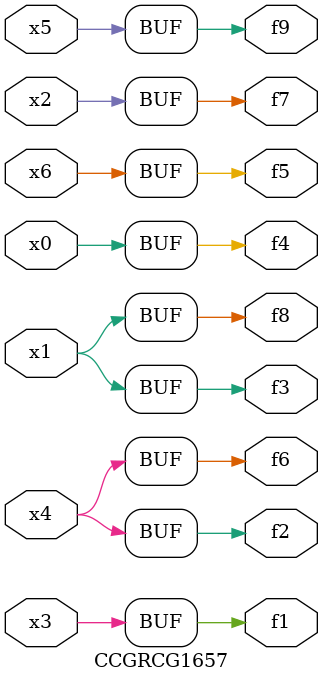
<source format=v>
module CCGRCG1657(
	input x0, x1, x2, x3, x4, x5, x6,
	output f1, f2, f3, f4, f5, f6, f7, f8, f9
);
	assign f1 = x3;
	assign f2 = x4;
	assign f3 = x1;
	assign f4 = x0;
	assign f5 = x6;
	assign f6 = x4;
	assign f7 = x2;
	assign f8 = x1;
	assign f9 = x5;
endmodule

</source>
